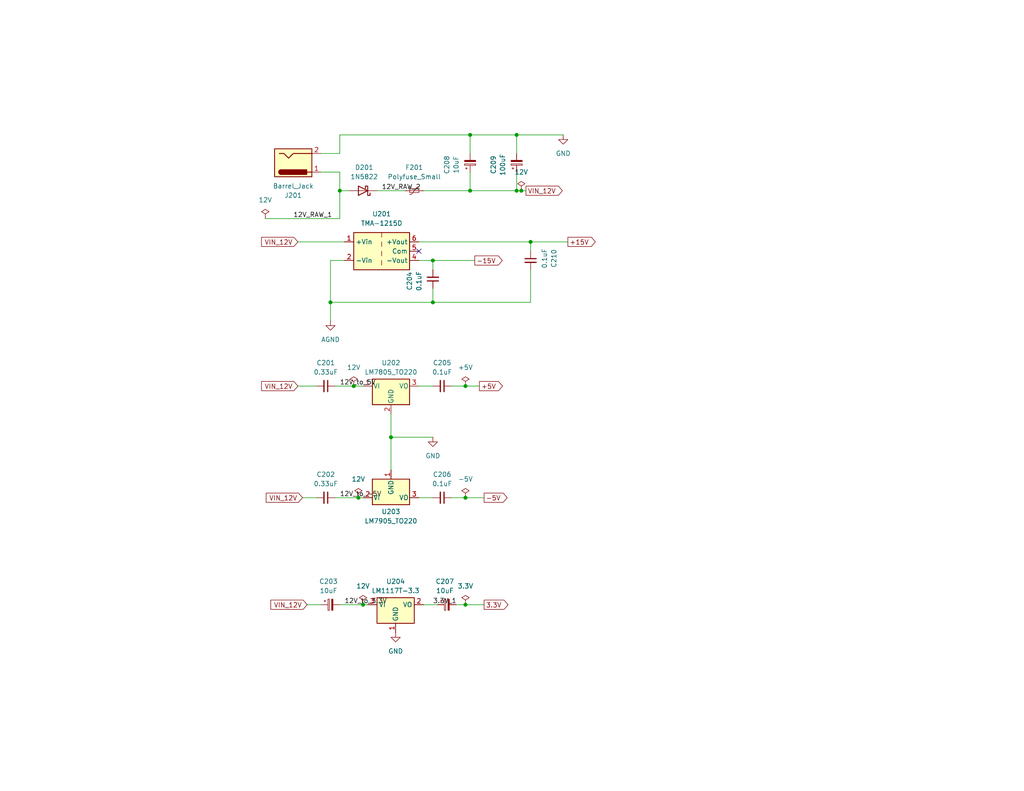
<source format=kicad_sch>
(kicad_sch (version 20250114) (generator "eeschema") (generator_version "9.0")
  (paper "USLetter")
  (title_block (title "ESP332 Guitar Patch Bay") (date "2025-05-27") (rev "1"))
  (lib_symbols
    (symbol "Connector:Barrel_Jack" (pin_names (offset 1.016))
      (property "Reference" "J" (at 0 5.334 0))
      (property "Value" "Barrel_Jack" (at 0 -5.08 0))
      (symbol "Barrel_Jack_0_1"
        (rectangle (start -5.08 3.81) (end 5.08 -3.81) (stroke (width 0.254)) (fill (type background)))
        (polyline (pts (xy -3.81 -2.54) (xy -2.54 -2.54) (xy -1.27 -1.27) (xy 0 -2.54) (xy 2.54 -2.54) (xy 5.08 -2.54)) (stroke (width 0.254)))
        (arc (start -3.302 1.905) (mid -3.9343 2.54) (end -3.302 3.175) (stroke (width 0.254)))
        (arc (start -3.302 1.905) (mid -3.9343 2.54) (end -3.302 3.175) (stroke (width 0.254)) (fill (type outline)))
        (rectangle (start 3.683 3.175) (end -3.302 1.905) (stroke (width 0.254)) (fill (type outline)))
        (polyline (pts (xy 5.08 2.54) (xy 3.81 2.54)) (stroke (width 0.254)))
      )
      (symbol "Barrel_Jack_1_1"
        (pin passive line (at 7.62 2.54 180) (length 2.54) (name "~") (number "1"))
        (pin passive line (at 7.62 -2.54 180) (length 2.54) (name "~") (number "2"))
      )
    )
    (symbol "Converter_DCDC:TMA-1215D"
      (property "Reference" "U" (at -6.35 6.35 0))
      (property "Value" "TMA-1215D" (at 2.54 6.35 0))
      (symbol "TMA-1215D_0_1"
        (rectangle (start -7.62 5.08) (end 7.62 -5.08) (stroke (width 0.254)) (fill (type background)))
        (polyline (pts (xy 0 5.08) (xy 0 3.81)))
        (polyline (pts (xy 0 2.54) (xy 0 1.27)))
        (polyline (pts (xy 0 0) (xy 0 -1.27)))
        (polyline (pts (xy 0 -2.54) (xy 0 -3.81)))
      )
      (symbol "TMA-1215D_1_1"
        (pin power_in line (at -10.16 2.54 0) (length 2.54) (name "+Vin") (number "1"))
        (pin power_in line (at -10.16 -2.54 0) (length 2.54) (name "-Vin") (number "2"))
        (pin power_out line (at 10.16 2.54 180) (length 2.54) (name "+Vout") (number "6"))
        (pin power_out line (at 10.16 0 180) (length 2.54) (name "Com") (number "5"))
        (pin power_out line (at 10.16 -2.54 180) (length 2.54) (name "-Vout") (number "4"))
      )
    )
    (symbol "Device:C_Polarized_Small" (pin_numbers (hide yes)) (pin_names (offset 0.254) (hide yes))
      (property "Reference" "C" (at 0.254 1.778 0))
      (property "Value" "C_Polarized_Small" (at 0.254 -2.032 0))
      (symbol "C_Polarized_Small_0_1"
        (rectangle (start -1.524 0.6858) (end 1.524 0.3048))
        (rectangle (start -1.524 -0.3048) (end 1.524 -0.6858) (fill (type outline)))
        (polyline (pts (xy -1.27 1.524) (xy -0.762 1.524)))
        (polyline (pts (xy -1.016 1.27) (xy -1.016 1.778)))
      )
      (symbol "C_Polarized_Small_1_1"
        (pin passive line (at 0 2.54 270) (length 1.8542) (name "~") (number "1"))
        (pin passive line (at 0 -2.54 90) (length 1.8542) (name "~") (number "2"))
      )
    )
    (symbol "Device:C_Small" (pin_numbers (hide yes)) (pin_names (offset 0.254) (hide yes))
      (property "Reference" "C" (at 0.254 1.778 0))
      (property "Value" "C_Small" (at 0.254 -2.032 0))
      (symbol "C_Small_0_1"
        (polyline (pts (xy -1.524 0.508) (xy 1.524 0.508)) (stroke (width 0.3048)))
        (polyline (pts (xy -1.524 -0.508) (xy 1.524 -0.508)) (stroke (width 0.3302)))
      )
      (symbol "C_Small_1_1"
        (pin passive line (at 0 2.54 270) (length 2.032) (name "~") (number "1"))
        (pin passive line (at 0 -2.54 90) (length 2.032) (name "~") (number "2"))
      )
    )
    (symbol "Device:Polyfuse_Small" (pin_numbers (hide yes)) (pin_names (offset 0))
      (property "Reference" "F" (at -1.905 0 90))
      (property "Value" "Polyfuse_Small" (at 1.905 0 90))
      (symbol "Polyfuse_Small_0_1"
        (polyline (pts (xy -1.016 1.27) (xy -1.016 0.762) (xy 1.016 -0.762) (xy 1.016 -1.27)))
        (rectangle (start -0.508 1.27) (end 0.508 -1.27))
        (polyline (pts (xy 0 2.54) (xy 0 -2.54)))
      )
      (symbol "Polyfuse_Small_1_1"
        (pin passive line (at 0 2.54 270) (length 0.635) (name "~") (number "1"))
        (pin passive line (at 0 -2.54 90) (length 0.635) (name "~") (number "2"))
      )
    )
    (symbol "Diode:1N5822" (pin_numbers (hide yes)) (pin_names (offset 1.016) (hide yes))
      (property "Reference" "D" (at 0 2.54 0))
      (property "Value" "1N5822" (at 0 -2.54 0))
      (symbol "1N5822_0_1"
        (polyline (pts (xy -1.905 0.635) (xy -1.905 1.27) (xy -1.27 1.27) (xy -1.27 -1.27) (xy -0.635 -1.27) (xy -0.635 -0.635)) (stroke (width 0.254)))
        (polyline (pts (xy 1.27 1.27) (xy 1.27 -1.27) (xy -1.27 0) (xy 1.27 1.27)) (stroke (width 0.254)))
        (polyline (pts (xy 1.27 0) (xy -1.27 0)))
      )
      (symbol "1N5822_1_1"
        (pin passive line (at -3.81 0 0) (length 2.54) (name "K") (number "1"))
        (pin passive line (at 3.81 0 180) (length 2.54) (name "A") (number "2"))
      )
    )
    (symbol "Regulator_Linear:LM1117T-3.3"
      (property "Reference" "U" (at -3.81 3.175 0))
      (property "Value" "LM1117T-3.3" (at 0 3.175 0))
      (symbol "LM1117T-3.3_0_1"
        (rectangle (start -5.08 -5.08) (end 5.08 1.905) (stroke (width 0.254)) (fill (type background)))
      )
      (symbol "LM1117T-3.3_1_1"
        (pin power_in line (at -7.62 0 0) (length 2.54) (name "VI") (number "3"))
        (pin power_in line (at 0 -7.62 90) (length 2.54) (name "GND") (number "1"))
        (pin power_out line (at 7.62 0 180) (length 2.54) (name "VO") (number "2"))
      )
    )
    (symbol "Regulator_Linear:LM7805_TO220" (pin_names (offset 0.254))
      (property "Reference" "U" (at -3.81 3.175 0))
      (property "Value" "LM7805_TO220" (at 0 3.175 0))
      (symbol "LM7805_TO220_0_1"
        (rectangle (start -5.08 1.905) (end 5.08 -5.08) (stroke (width 0.254)) (fill (type background)))
      )
      (symbol "LM7805_TO220_1_1"
        (pin power_in line (at -7.62 0 0) (length 2.54) (name "VI") (number "1"))
        (pin power_in line (at 0 -7.62 90) (length 2.54) (name "GND") (number "2"))
        (pin power_out line (at 7.62 0 180) (length 2.54) (name "VO") (number "3"))
      )
    )
    (symbol "Regulator_Linear:LM7905_TO220" (pin_names (offset 0.254))
      (property "Reference" "U" (at -3.81 -3.175 0))
      (property "Value" "LM7905_TO220" (at 0 -3.175 0))
      (symbol "LM7905_TO220_0_1"
        (rectangle (start -5.08 5.08) (end 5.08 -1.905) (stroke (width 0.254)) (fill (type background)))
      )
      (symbol "LM7905_TO220_1_1"
        (pin power_in line (at -7.62 0 0) (length 2.54) (name "VI") (number "2"))
        (pin power_in line (at 0 7.62 270) (length 2.54) (name "GND") (number "1"))
        (pin power_out line (at 7.62 0 180) (length 2.54) (name "VO") (number "3"))
      )
    )
    (symbol "power:GND" (power) (pin_numbers (hide yes)) (pin_names (offset 0) (hide yes))
      (property "Value" "GND" (at 0 -3.81 0))
      (symbol "GND_0_1"
        (polyline (pts (xy 0 0) (xy 0 -1.27) (xy 1.27 -1.27) (xy 0 -2.54) (xy -1.27 -1.27) (xy 0 -1.27)))
      )
      (symbol "GND_1_1"
        (pin power_in line (at 0 0 270) (length 0) (name "~") (number "1"))
      )
    )
    (symbol "power:PWR_FLAG" (power) (pin_numbers (hide yes)) (pin_names (offset 0) (hide yes))
      (property "Value" "PWR_FLAG" (at 0 3.81 0))
      (symbol "PWR_FLAG_0_0"
        (pin power_out line (at 0 0 90) (length 0) (name "~") (number "1"))
      )
      (symbol "PWR_FLAG_0_1"
        (polyline (pts (xy 0 0) (xy 0 1.27) (xy -1.016 1.905) (xy 0 2.54) (xy 1.016 1.905) (xy 0 1.27)))
      )
    )
  )
  (junction (at 127 135.89))
  (junction (at 96.52 105.41))
  (junction (at 127 105.41))
  (junction (at 140.97 36.83))
  (junction (at 127 165.1))
  (junction (at 144.78 66.04))
  (junction (at 118.11 82.55))
  (junction (at 106.68 119.38))
  (junction (at 128.27 52.07))
  (junction (at 99.06 165.1))
  (junction (at 118.11 71.12))
  (junction (at 90.17 82.55))
  (junction (at 92.71 52.07))
  (junction (at 97.79 135.89))
  (junction (at 128.27 36.83))
  (junction (at 142.24 52.07))
  (junction (at 140.97 52.07))
  (no_connect (at 114.3 68.58))
  (wire (pts (xy 90.17 82.55) (xy 90.17 71.12)))
  (wire (pts (xy 128.27 41.91) (xy 128.27 36.83)))
  (wire (pts (xy 92.71 41.91) (xy 92.71 36.83)))
  (wire (pts (xy 81.28 66.04) (xy 93.98 66.04)))
  (wire (pts (xy 118.11 82.55) (xy 118.11 78.74)))
  (wire (pts (xy 140.97 46.99) (xy 140.97 52.07)))
  (wire (pts (xy 118.11 82.55) (xy 144.78 82.55)))
  (wire (pts (xy 106.68 113.03) (xy 106.68 119.38)))
  (wire (pts (xy 144.78 66.04) (xy 154.94 66.04)))
  (wire (pts (xy 144.78 73.66) (xy 144.78 82.55)))
  (wire (pts (xy 106.68 119.38) (xy 106.68 128.27)))
  (wire (pts (xy 87.63 46.99) (xy 92.71 46.99)))
  (wire (pts (xy 92.71 165.1) (xy 99.06 165.1)))
  (wire (pts (xy 91.44 105.41) (xy 96.52 105.41)))
  (wire (pts (xy 119.38 165.1) (xy 115.57 165.1)))
  (wire (pts (xy 123.19 105.41) (xy 127 105.41)))
  (wire (pts (xy 118.11 71.12) (xy 114.3 71.12)))
  (wire (pts (xy 128.27 52.07) (xy 115.57 52.07)))
  (wire (pts (xy 118.11 105.41) (xy 114.3 105.41)))
  (wire (pts (xy 143.51 52.07) (xy 142.24 52.07)))
  (wire (pts (xy 140.97 36.83) (xy 153.67 36.83)))
  (wire (pts (xy 128.27 36.83) (xy 140.97 36.83)))
  (wire (pts (xy 92.71 36.83) (xy 128.27 36.83)))
  (wire (pts (xy 106.68 119.38) (xy 118.11 119.38)))
  (wire (pts (xy 90.17 82.55) (xy 90.17 87.63)))
  (wire (pts (xy 92.71 46.99) (xy 92.71 52.07)))
  (wire (pts (xy 144.78 66.04) (xy 114.3 66.04)))
  (wire (pts (xy 144.78 66.04) (xy 144.78 68.58)))
  (wire (pts (xy 82.55 135.89) (xy 86.36 135.89)))
  (wire (pts (xy 90.17 71.12) (xy 93.98 71.12)))
  (wire (pts (xy 99.06 165.1) (xy 100.33 165.1)))
  (wire (pts (xy 128.27 46.99) (xy 128.27 52.07)))
  (wire (pts (xy 118.11 73.66) (xy 118.11 71.12)))
  (wire (pts (xy 123.19 135.89) (xy 127 135.89)))
  (wire (pts (xy 87.63 41.91) (xy 92.71 41.91)))
  (wire (pts (xy 91.44 135.89) (xy 97.79 135.89)))
  (wire (pts (xy 118.11 71.12) (xy 129.54 71.12)))
  (wire (pts (xy 118.11 135.89) (xy 114.3 135.89)))
  (wire (pts (xy 127 105.41) (xy 130.81 105.41)))
  (wire (pts (xy 96.52 105.41) (xy 99.06 105.41)))
  (wire (pts (xy 72.39 59.69) (xy 92.71 59.69)))
  (wire (pts (xy 92.71 59.69) (xy 92.71 52.07)))
  (wire (pts (xy 110.49 52.07) (xy 102.87 52.07)))
  (wire (pts (xy 140.97 41.91) (xy 140.97 36.83)))
  (wire (pts (xy 127 135.89) (xy 132.08 135.89)))
  (wire (pts (xy 95.25 52.07) (xy 92.71 52.07)))
  (wire (pts (xy 140.97 52.07) (xy 128.27 52.07)))
  (wire (pts (xy 81.28 105.41) (xy 86.36 105.41)))
  (wire (pts (xy 90.17 82.55) (xy 118.11 82.55)))
  (wire (pts (xy 97.79 135.89) (xy 99.06 135.89)))
  (wire (pts (xy 83.82 165.1) (xy 87.63 165.1)))
  (wire (pts (xy 127 165.1) (xy 132.08 165.1)))
  (wire (pts (xy 127 165.1) (xy 124.46 165.1)))
  (wire (pts (xy 142.24 52.07) (xy 140.97 52.07)))
  (label "12V_RAW_2" (at 104.14 52.07 0))
  (label "12V_to_5V" (at 92.71 105.41 0))
  (label "3.3V_1" (at 118.11 165.1 0))
  (label "12V_RAW_1" (at 80.01 59.69 0))
  (label "12V_to_3.3V" (at 93.98 165.1 0))
  (label "12V_to_-5V" (at 92.71 135.89 0))
  (global_label "VIN_12V" (shape output) (at 143.51 52.07 0) (property "Intersheetrefs" "${INTERSHEET_REFS}" (effects (hide yes))))
  (global_label "VIN_12V" (shape input) (at 81.28 66.04 180) (property "Intersheetrefs" "${INTERSHEET_REFS}" (effects (hide yes))))
  (global_label "VIN_12V" (shape input) (at 81.28 105.41 180) (property "Intersheetrefs" "${INTERSHEET_REFS}" (effects (hide yes))))
  (global_label "+15V" (shape output) (at 154.94 66.04 0) (property "Intersheetrefs" "${INTERSHEET_REFS}" (effects (hide yes))))
  (global_label "+5V" (shape output) (at 130.81 105.41 0) (property "Intersheetrefs" "${INTERSHEET_REFS}" (effects (hide yes))))
  (global_label "VIN_12V" (shape input) (at 83.82 165.1 180) (property "Intersheetrefs" "${INTERSHEET_REFS}" (effects (hide yes))))
  (global_label "VIN_12V" (shape input) (at 82.55 135.89 180) (property "Intersheetrefs" "${INTERSHEET_REFS}" (effects (hide yes))))
  (global_label "-15V" (shape output) (at 129.54 71.12 0) (property "Intersheetrefs" "${INTERSHEET_REFS}" (effects (hide yes))))
  (global_label "-5V" (shape output) (at 132.08 135.89 0) (property "Intersheetrefs" "${INTERSHEET_REFS}" (effects (hide yes))))
  (global_label "3.3V" (shape output) (at 132.08 165.1 0) (property "Intersheetrefs" "${INTERSHEET_REFS}" (effects (hide yes))))
  (symbol (lib_id "Device:C_Small") (at 88.9 135.89 270) (unit 1)
    (property "Reference" "C202" (at 88.8936 129.54 90))
    (property "Value" "0.33uF" (at 88.8936 132.08 90))
    (property "Footprint" "Capacitor_THT:C_Disc_D5.0mm_W2.5mm_P2.50mm" (effects (hide yes)))
    (property "Description" "Unpolarized capacitor, small symbol" (effects (hide yes)))
  )
  (symbol (lib_id "Device:C_Polarized_Small") (at 128.27 44.45 0) (mirror x) (unit 1)
    (property "Reference" "C208" (at 121.92 44.9961 90))
    (property "Value" "10uF" (at 124.46 44.9961 90))
    (property "Footprint" "Capacitor_THT:CP_Radial_D5.0mm_P2.50mm" (effects (hide yes)))
    (property "Description" "Polarized capacitor, small symbol" (effects (hide yes)))
  )
  (symbol (lib_id "Converter_DCDC:TMA-1215D") (at 104.14 68.58 0) (unit 1)
    (property "Reference" "U201" (at 104.14 58.42 0))
    (property "Value" "TMA-1215D" (at 104.14 60.96 0))
    (property "Footprint" "Converter_DCDC:Converter_DCDC_TRACO_TMA-05xxD_12xxD_Dual_THT" (effects (hide yes)))
    (property "Datasheet" "https://www.tracopower.com/products/tma.pdf" (effects (hide yes)))
    (property "Description" "1W DC/DC converter unregulated, 10.8-13.2V input, ±15V fixed output voltage, 34mA each output, 1.0kVDC isolation, SIP-7" (effects (hide yes)))
  )
  (symbol (lib_id "Device:C_Polarized_Small") (at 90.17 165.1 90) (mirror x) (unit 1)
    (property "Reference" "C203" (at 89.6239 158.75 90))
    (property "Value" "10uF" (at 89.6239 161.29 90))
    (property "Footprint" "Capacitor_THT:CP_Radial_D5.0mm_P2.50mm" (effects (hide yes)))
    (property "Description" "Polarized capacitor, small symbol" (effects (hide yes)))
  )
  (symbol (lib_id "power:GND") (at 107.95 172.72 0) (unit 1)
    (property "Reference" "#PWR0202" (effects (hide yes)))
    (property "Value" "GND" (at 107.95 177.8 0))
    (property "Description" "Power symbol creates a global label with name \"GND\" , ground" (effects (hide yes)))
  )
  (symbol (lib_id "Device:C_Small") (at 88.9 105.41 270) (unit 1)
    (property "Reference" "C201" (at 88.8936 99.06 90))
    (property "Value" "0.33uF" (at 88.8936 101.6 90))
    (property "Footprint" "Capacitor_THT:C_Disc_D5.0mm_W2.5mm_P2.50mm" (effects (hide yes)))
    (property "Description" "Unpolarized capacitor, small symbol" (effects (hide yes)))
  )
  (symbol (lib_id "Device:Polyfuse_Small") (at 113.03 52.07 270) (unit 1)
    (property "Reference" "F201" (at 113.03 45.72 90))
    (property "Value" "Polyfuse_Small" (at 113.03 48.26 90))
    (property "Footprint" "Fuse:Fuse_Bourns_MF-RG500" (effects (hide yes)))
    (property "Description" "Resettable fuse, polymeric positive temperature coefficient, small symbol" (effects (hide yes)))
  )
  (symbol (lib_id "power:GND") (at 153.67 36.83 0) (unit 1)
    (property "Reference" "#PWR0204" (effects (hide yes)))
    (property "Value" "GND" (at 153.67 41.91 0))
    (property "Description" "Power symbol creates a global label with name \"GND\" , ground" (effects (hide yes)))
  )
  (symbol (lib_id "power:GND") (at 118.11 119.38 0) (unit 1)
    (property "Reference" "#PWR0203" (effects (hide yes)))
    (property "Value" "GND" (at 118.11 124.46 0))
    (property "Description" "Power symbol creates a global label with name \"GND\" , ground" (effects (hide yes)))
  )
  (symbol (lib_id "power:PWR_FLAG") (at 127 135.89 0) (unit 1)
    (property "Reference" "#FLG0206" (effects (hide yes)))
    (property "Value" "-5V" (at 127 130.81 0))
    (property "Description" "Special symbol for telling ERC where power comes from" (effects (hide yes)))
  )
  (symbol (lib_id "power:PWR_FLAG") (at 127 105.41 0) (unit 1)
    (property "Reference" "#FLG0205" (effects (hide yes)))
    (property "Value" "+5V" (at 127 100.33 0))
    (property "Description" "Special symbol for telling ERC where power comes from" (effects (hide yes)))
  )
  (symbol (lib_id "Device:C_Small") (at 118.11 76.2 0) (mirror x) (unit 1)
    (property "Reference" "C204" (at 111.76 76.7461 90))
    (property "Value" "0.1uF" (at 114.3 76.7461 90))
    (property "Footprint" "Capacitor_THT:C_Disc_D5.0mm_W2.5mm_P2.50mm" (effects (hide yes)))
    (property "Description" "Unpolarized capacitor, small symbol" (effects (hide yes)))
  )
  (symbol (lib_id "power:PWR_FLAG") (at 96.52 105.41 0) (unit 1)
    (property "Reference" "#FLG0202" (effects (hide yes)))
    (property "Value" "12V" (at 96.52 100.33 0))
    (property "Description" "Special symbol for telling ERC where power comes from" (effects (hide yes)))
  )
  (symbol (lib_id "power:PWR_FLAG") (at 72.39 59.69 0) (unit 1)
    (property "Reference" "#FLG0201" (effects (hide yes)))
    (property "Value" "12V" (at 72.39 54.61 0))
    (property "Description" "Special symbol for telling ERC where power comes from" (effects (hide yes)))
  )
  (symbol (lib_id "power:GND") (at 90.17 87.63 0) (unit 1)
    (property "Reference" "#PWR0201" (effects (hide yes)))
    (property "Value" "AGND" (at 90.17 92.71 0))
    (property "Description" "Power symbol creates a global label with name \"GND\" , ground" (effects (hide yes)))
  )
  (symbol (lib_id "Device:C_Small") (at 120.65 105.41 270) (unit 1)
    (property "Reference" "C205" (at 120.6436 99.06 90))
    (property "Value" "0.1uF" (at 120.6436 101.6 90))
    (property "Footprint" "Capacitor_THT:C_Disc_D5.0mm_W2.5mm_P2.50mm" (effects (hide yes)))
    (property "Description" "Unpolarized capacitor, small symbol" (effects (hide yes)))
  )
  (symbol (lib_id "Regulator_Linear:LM7805_TO220") (at 106.68 105.41 0) (unit 1)
    (property "Reference" "U202" (at 106.68 99.06 0))
    (property "Value" "LM7805_TO220" (at 106.68 101.6 0))
    (property "Footprint" "Package_TO_SOT_THT:TO-220-3_Vertical" (effects (hide yes)))
    (property "Datasheet" "https://www.onsemi.cn/PowerSolutions/document/MC7800-D.PDF" (effects (hide yes)))
    (property "Description" "Positive 1A 35V Linear Regulator, Fixed Output 5V, TO-220" (effects (hide yes)))
  )
  (symbol (lib_id "power:PWR_FLAG") (at 142.24 52.07 0) (unit 1)
    (property "Reference" "#FLG0208" (effects (hide yes)))
    (property "Value" "12V" (at 142.24 46.99 0))
    (property "Description" "Special symbol for telling ERC where power comes from" (effects (hide yes)))
  )
  (symbol (lib_id "Device:C_Small") (at 120.65 135.89 270) (unit 1)
    (property "Reference" "C206" (at 120.6436 129.54 90))
    (property "Value" "0.1uF" (at 120.6436 132.08 90))
    (property "Footprint" "Capacitor_THT:C_Disc_D5.0mm_W2.5mm_P2.50mm" (effects (hide yes)))
    (property "Description" "Unpolarized capacitor, small symbol" (effects (hide yes)))
  )
  (symbol (lib_id "power:PWR_FLAG") (at 127 165.1 0) (unit 1)
    (property "Reference" "#FLG0207" (effects (hide yes)))
    (property "Value" "3.3V" (at 127 160.02 0))
    (property "Description" "Special symbol for telling ERC where power comes from" (effects (hide yes)))
  )
  (symbol (lib_id "Regulator_Linear:LM1117T-3.3") (at 107.95 165.1 0) (unit 1)
    (property "Reference" "U204" (at 107.95 158.75 0))
    (property "Value" "LM1117T-3.3" (at 107.95 161.29 0))
    (property "Footprint" "Package_TO_SOT_THT:TO-220-3_Vertical" (effects (hide yes)))
    (property "Datasheet" "http://www.ti.com/lit/ds/symlink/lm1117.pdf" (effects (hide yes)))
    (property "Description" "800mA Low-Dropout Linear Regulator, 3.3V fixed output, TO-220" (effects (hide yes)))
  )
  (symbol (lib_id "Regulator_Linear:LM7905_TO220") (at 106.68 135.89 0) (unit 1)
    (property "Reference" "U203" (at 106.68 139.7 0))
    (property "Value" "LM7905_TO220" (at 106.68 142.24 0))
    (property "Footprint" "Package_TO_SOT_THT:TO-220-3_Vertical" (effects (hide yes)))
    (property "Datasheet" "https://www.onsemi.com/pub/Collateral/MC7900-D.PDF" (effects (hide yes)))
    (property "Description" "Negative 1A 35V Linear Regulator, Fixed Output 5V, TO-220" (effects (hide yes)))
  )
  (symbol (lib_id "Connector:Barrel_Jack") (at 80.01 44.45 0) (mirror x) (unit 1)
    (property "Reference" "J201" (at 80.01 53.34 0))
    (property "Value" "Barrel_Jack" (at 80.01 50.8 0))
    (property "Footprint" "Connector_BarrelJack:BarrelJack_CUI_PJ-063AH_Horizontal_CircularHoles" (effects (hide yes)))
    (property "Description" "DC Barrel Jack" (effects (hide yes)))
  )
  (symbol (lib_id "Diode:1N5822") (at 99.06 52.07 180) (unit 1)
    (property "Reference" "D201" (at 99.3775 45.72 0))
    (property "Value" "1N5822" (at 99.3775 48.26 0))
    (property "Footprint" "Diode_THT:D_DO-201AD_P15.24mm_Horizontal" (effects (hide yes)))
    (property "Datasheet" "http://www.vishay.com/docs/88526/1n5820.pdf" (effects (hide yes)))
    (property "Description" "40V 3A Schottky Barrier Rectifier Diode, DO-201AD" (effects (hide yes)))
  )
  (symbol (lib_id "power:PWR_FLAG") (at 99.06 165.1 0) (unit 1)
    (property "Reference" "#FLG0204" (effects (hide yes)))
    (property "Value" "12V" (at 99.06 160.02 0))
    (property "Description" "Special symbol for telling ERC where power comes from" (effects (hide yes)))
  )
  (symbol (lib_id "power:PWR_FLAG") (at 97.79 135.89 0) (unit 1)
    (property "Reference" "#FLG0203" (effects (hide yes)))
    (property "Value" "12V" (at 97.79 130.81 0))
    (property "Description" "Special symbol for telling ERC where power comes from" (effects (hide yes)))
  )
  (symbol (lib_id "Device:C_Polarized_Small") (at 140.97 44.45 0) (mirror x) (unit 1)
    (property "Reference" "C209" (at 134.62 44.9961 90))
    (property "Value" "100uF" (at 137.16 44.9961 90))
    (property "Footprint" "Capacitor_THT:CP_Radial_D5.0mm_P2.50mm" (effects (hide yes)))
    (property "Description" "Polarized capacitor, small symbol" (effects (hide yes)))
  )
  (symbol (lib_id "Device:C_Small") (at 144.78 71.12 0) (mirror y) (unit 1)
    (property "Reference" "C210" (at 151.13 70.5739 90))
    (property "Value" "0.1uF" (at 148.59 70.5739 90))
    (property "Footprint" "Capacitor_THT:C_Disc_D5.0mm_W2.5mm_P2.50mm" (effects (hide yes)))
    (property "Description" "Unpolarized capacitor, small symbol" (effects (hide yes)))
  )
  (symbol (lib_id "Device:C_Polarized_Small") (at 121.92 165.1 90) (mirror x) (unit 1)
    (property "Reference" "C207" (at 121.3739 158.75 90))
    (property "Value" "10uF" (at 121.3739 161.29 90))
    (property "Footprint" "Capacitor_THT:CP_Radial_D5.0mm_P2.50mm" (effects (hide yes)))
    (property "Description" "Polarized capacitor, small symbol" (effects (hide yes)))
  )
)
</source>
